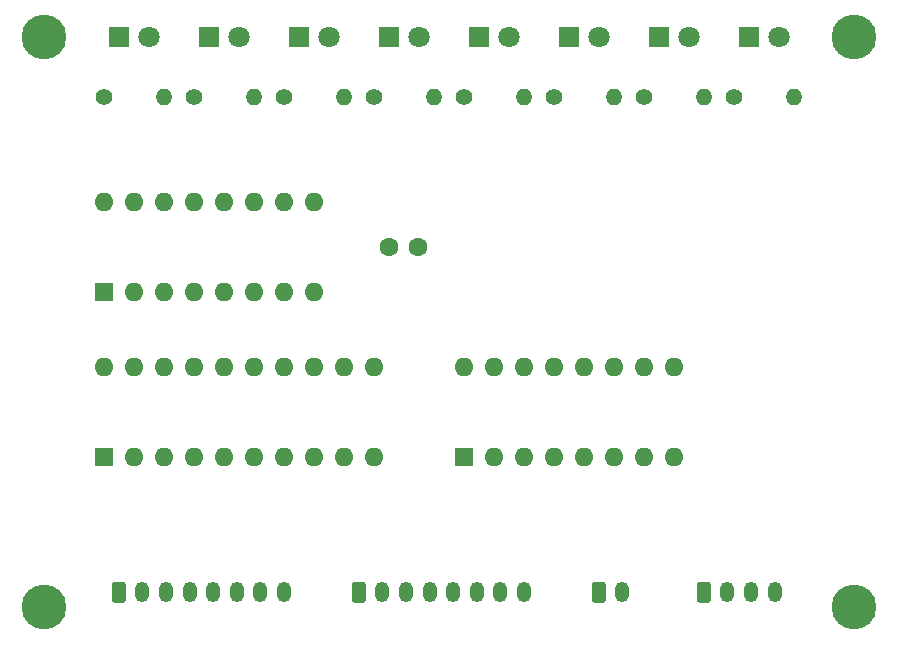
<source format=gbr>
G04 #@! TF.GenerationSoftware,KiCad,Pcbnew,(5.1.2-1)-1*
G04 #@! TF.CreationDate,2019-08-21T21:53:06+10:00*
G04 #@! TF.ProjectId,register-a,72656769-7374-4657-922d-612e6b696361,rev?*
G04 #@! TF.SameCoordinates,Original*
G04 #@! TF.FileFunction,Soldermask,Bot*
G04 #@! TF.FilePolarity,Negative*
%FSLAX46Y46*%
G04 Gerber Fmt 4.6, Leading zero omitted, Abs format (unit mm)*
G04 Created by KiCad (PCBNEW (5.1.2-1)-1) date 2019-08-21 21:53:06*
%MOMM*%
%LPD*%
G04 APERTURE LIST*
%ADD10O,1.600000X1.600000*%
%ADD11R,1.600000X1.600000*%
%ADD12C,3.790000*%
%ADD13O,1.200000X1.750000*%
%ADD14C,0.100000*%
%ADD15C,1.200000*%
%ADD16C,1.600000*%
%ADD17C,1.800000*%
%ADD18R,1.800000X1.800000*%
%ADD19O,1.400000X1.400000*%
%ADD20C,1.400000*%
G04 APERTURE END LIST*
D10*
X25400000Y-46990000D03*
X43180000Y-54610000D03*
X27940000Y-46990000D03*
X40640000Y-54610000D03*
X30480000Y-46990000D03*
X38100000Y-54610000D03*
X33020000Y-46990000D03*
X35560000Y-54610000D03*
X35560000Y-46990000D03*
X33020000Y-54610000D03*
X38100000Y-46990000D03*
X30480000Y-54610000D03*
X40640000Y-46990000D03*
X27940000Y-54610000D03*
X43180000Y-46990000D03*
D11*
X25400000Y-54610000D03*
D12*
X88900000Y-81280000D03*
X20320000Y-81280000D03*
X88900000Y-33020000D03*
X20320000Y-33020000D03*
D13*
X60990000Y-80010000D03*
X58990000Y-80010000D03*
X56990000Y-80010000D03*
X54990000Y-80010000D03*
X52990000Y-80010000D03*
X50990000Y-80010000D03*
X48990000Y-80010000D03*
D14*
G36*
X47364505Y-79136204D02*
G01*
X47388773Y-79139804D01*
X47412572Y-79145765D01*
X47435671Y-79154030D01*
X47457850Y-79164520D01*
X47478893Y-79177132D01*
X47498599Y-79191747D01*
X47516777Y-79208223D01*
X47533253Y-79226401D01*
X47547868Y-79246107D01*
X47560480Y-79267150D01*
X47570970Y-79289329D01*
X47579235Y-79312428D01*
X47585196Y-79336227D01*
X47588796Y-79360495D01*
X47590000Y-79384999D01*
X47590000Y-80635001D01*
X47588796Y-80659505D01*
X47585196Y-80683773D01*
X47579235Y-80707572D01*
X47570970Y-80730671D01*
X47560480Y-80752850D01*
X47547868Y-80773893D01*
X47533253Y-80793599D01*
X47516777Y-80811777D01*
X47498599Y-80828253D01*
X47478893Y-80842868D01*
X47457850Y-80855480D01*
X47435671Y-80865970D01*
X47412572Y-80874235D01*
X47388773Y-80880196D01*
X47364505Y-80883796D01*
X47340001Y-80885000D01*
X46639999Y-80885000D01*
X46615495Y-80883796D01*
X46591227Y-80880196D01*
X46567428Y-80874235D01*
X46544329Y-80865970D01*
X46522150Y-80855480D01*
X46501107Y-80842868D01*
X46481401Y-80828253D01*
X46463223Y-80811777D01*
X46446747Y-80793599D01*
X46432132Y-80773893D01*
X46419520Y-80752850D01*
X46409030Y-80730671D01*
X46400765Y-80707572D01*
X46394804Y-80683773D01*
X46391204Y-80659505D01*
X46390000Y-80635001D01*
X46390000Y-79384999D01*
X46391204Y-79360495D01*
X46394804Y-79336227D01*
X46400765Y-79312428D01*
X46409030Y-79289329D01*
X46419520Y-79267150D01*
X46432132Y-79246107D01*
X46446747Y-79226401D01*
X46463223Y-79208223D01*
X46481401Y-79191747D01*
X46501107Y-79177132D01*
X46522150Y-79164520D01*
X46544329Y-79154030D01*
X46567428Y-79145765D01*
X46591227Y-79139804D01*
X46615495Y-79136204D01*
X46639999Y-79135000D01*
X47340001Y-79135000D01*
X47364505Y-79136204D01*
X47364505Y-79136204D01*
G37*
D15*
X46990000Y-80010000D03*
D16*
X49530000Y-50800000D03*
X52030000Y-50800000D03*
D17*
X29210000Y-33020000D03*
D18*
X26670000Y-33020000D03*
X34290000Y-33020000D03*
D17*
X36830000Y-33020000D03*
X44450000Y-33020000D03*
D18*
X41910000Y-33020000D03*
X49530000Y-33020000D03*
D17*
X52070000Y-33020000D03*
X59690000Y-33020000D03*
D18*
X57150000Y-33020000D03*
X64770000Y-33020000D03*
D17*
X67310000Y-33020000D03*
X74930000Y-33020000D03*
D18*
X72390000Y-33020000D03*
X80010000Y-33020000D03*
D17*
X82550000Y-33020000D03*
D14*
G36*
X27044505Y-79136204D02*
G01*
X27068773Y-79139804D01*
X27092572Y-79145765D01*
X27115671Y-79154030D01*
X27137850Y-79164520D01*
X27158893Y-79177132D01*
X27178599Y-79191747D01*
X27196777Y-79208223D01*
X27213253Y-79226401D01*
X27227868Y-79246107D01*
X27240480Y-79267150D01*
X27250970Y-79289329D01*
X27259235Y-79312428D01*
X27265196Y-79336227D01*
X27268796Y-79360495D01*
X27270000Y-79384999D01*
X27270000Y-80635001D01*
X27268796Y-80659505D01*
X27265196Y-80683773D01*
X27259235Y-80707572D01*
X27250970Y-80730671D01*
X27240480Y-80752850D01*
X27227868Y-80773893D01*
X27213253Y-80793599D01*
X27196777Y-80811777D01*
X27178599Y-80828253D01*
X27158893Y-80842868D01*
X27137850Y-80855480D01*
X27115671Y-80865970D01*
X27092572Y-80874235D01*
X27068773Y-80880196D01*
X27044505Y-80883796D01*
X27020001Y-80885000D01*
X26319999Y-80885000D01*
X26295495Y-80883796D01*
X26271227Y-80880196D01*
X26247428Y-80874235D01*
X26224329Y-80865970D01*
X26202150Y-80855480D01*
X26181107Y-80842868D01*
X26161401Y-80828253D01*
X26143223Y-80811777D01*
X26126747Y-80793599D01*
X26112132Y-80773893D01*
X26099520Y-80752850D01*
X26089030Y-80730671D01*
X26080765Y-80707572D01*
X26074804Y-80683773D01*
X26071204Y-80659505D01*
X26070000Y-80635001D01*
X26070000Y-79384999D01*
X26071204Y-79360495D01*
X26074804Y-79336227D01*
X26080765Y-79312428D01*
X26089030Y-79289329D01*
X26099520Y-79267150D01*
X26112132Y-79246107D01*
X26126747Y-79226401D01*
X26143223Y-79208223D01*
X26161401Y-79191747D01*
X26181107Y-79177132D01*
X26202150Y-79164520D01*
X26224329Y-79154030D01*
X26247428Y-79145765D01*
X26271227Y-79139804D01*
X26295495Y-79136204D01*
X26319999Y-79135000D01*
X27020001Y-79135000D01*
X27044505Y-79136204D01*
X27044505Y-79136204D01*
G37*
D15*
X26670000Y-80010000D03*
D13*
X28670000Y-80010000D03*
X30670000Y-80010000D03*
X32670000Y-80010000D03*
X34670000Y-80010000D03*
X36670000Y-80010000D03*
X38670000Y-80010000D03*
X40670000Y-80010000D03*
D14*
G36*
X76574505Y-79136204D02*
G01*
X76598773Y-79139804D01*
X76622572Y-79145765D01*
X76645671Y-79154030D01*
X76667850Y-79164520D01*
X76688893Y-79177132D01*
X76708599Y-79191747D01*
X76726777Y-79208223D01*
X76743253Y-79226401D01*
X76757868Y-79246107D01*
X76770480Y-79267150D01*
X76780970Y-79289329D01*
X76789235Y-79312428D01*
X76795196Y-79336227D01*
X76798796Y-79360495D01*
X76800000Y-79384999D01*
X76800000Y-80635001D01*
X76798796Y-80659505D01*
X76795196Y-80683773D01*
X76789235Y-80707572D01*
X76780970Y-80730671D01*
X76770480Y-80752850D01*
X76757868Y-80773893D01*
X76743253Y-80793599D01*
X76726777Y-80811777D01*
X76708599Y-80828253D01*
X76688893Y-80842868D01*
X76667850Y-80855480D01*
X76645671Y-80865970D01*
X76622572Y-80874235D01*
X76598773Y-80880196D01*
X76574505Y-80883796D01*
X76550001Y-80885000D01*
X75849999Y-80885000D01*
X75825495Y-80883796D01*
X75801227Y-80880196D01*
X75777428Y-80874235D01*
X75754329Y-80865970D01*
X75732150Y-80855480D01*
X75711107Y-80842868D01*
X75691401Y-80828253D01*
X75673223Y-80811777D01*
X75656747Y-80793599D01*
X75642132Y-80773893D01*
X75629520Y-80752850D01*
X75619030Y-80730671D01*
X75610765Y-80707572D01*
X75604804Y-80683773D01*
X75601204Y-80659505D01*
X75600000Y-80635001D01*
X75600000Y-79384999D01*
X75601204Y-79360495D01*
X75604804Y-79336227D01*
X75610765Y-79312428D01*
X75619030Y-79289329D01*
X75629520Y-79267150D01*
X75642132Y-79246107D01*
X75656747Y-79226401D01*
X75673223Y-79208223D01*
X75691401Y-79191747D01*
X75711107Y-79177132D01*
X75732150Y-79164520D01*
X75754329Y-79154030D01*
X75777428Y-79145765D01*
X75801227Y-79139804D01*
X75825495Y-79136204D01*
X75849999Y-79135000D01*
X76550001Y-79135000D01*
X76574505Y-79136204D01*
X76574505Y-79136204D01*
G37*
D15*
X76200000Y-80010000D03*
D13*
X78200000Y-80010000D03*
X80200000Y-80010000D03*
X82200000Y-80010000D03*
D14*
G36*
X67684505Y-79136204D02*
G01*
X67708773Y-79139804D01*
X67732572Y-79145765D01*
X67755671Y-79154030D01*
X67777850Y-79164520D01*
X67798893Y-79177132D01*
X67818599Y-79191747D01*
X67836777Y-79208223D01*
X67853253Y-79226401D01*
X67867868Y-79246107D01*
X67880480Y-79267150D01*
X67890970Y-79289329D01*
X67899235Y-79312428D01*
X67905196Y-79336227D01*
X67908796Y-79360495D01*
X67910000Y-79384999D01*
X67910000Y-80635001D01*
X67908796Y-80659505D01*
X67905196Y-80683773D01*
X67899235Y-80707572D01*
X67890970Y-80730671D01*
X67880480Y-80752850D01*
X67867868Y-80773893D01*
X67853253Y-80793599D01*
X67836777Y-80811777D01*
X67818599Y-80828253D01*
X67798893Y-80842868D01*
X67777850Y-80855480D01*
X67755671Y-80865970D01*
X67732572Y-80874235D01*
X67708773Y-80880196D01*
X67684505Y-80883796D01*
X67660001Y-80885000D01*
X66959999Y-80885000D01*
X66935495Y-80883796D01*
X66911227Y-80880196D01*
X66887428Y-80874235D01*
X66864329Y-80865970D01*
X66842150Y-80855480D01*
X66821107Y-80842868D01*
X66801401Y-80828253D01*
X66783223Y-80811777D01*
X66766747Y-80793599D01*
X66752132Y-80773893D01*
X66739520Y-80752850D01*
X66729030Y-80730671D01*
X66720765Y-80707572D01*
X66714804Y-80683773D01*
X66711204Y-80659505D01*
X66710000Y-80635001D01*
X66710000Y-79384999D01*
X66711204Y-79360495D01*
X66714804Y-79336227D01*
X66720765Y-79312428D01*
X66729030Y-79289329D01*
X66739520Y-79267150D01*
X66752132Y-79246107D01*
X66766747Y-79226401D01*
X66783223Y-79208223D01*
X66801401Y-79191747D01*
X66821107Y-79177132D01*
X66842150Y-79164520D01*
X66864329Y-79154030D01*
X66887428Y-79145765D01*
X66911227Y-79139804D01*
X66935495Y-79136204D01*
X66959999Y-79135000D01*
X67660001Y-79135000D01*
X67684505Y-79136204D01*
X67684505Y-79136204D01*
G37*
D15*
X67310000Y-80010000D03*
D13*
X69310000Y-80010000D03*
D19*
X30480000Y-38100000D03*
D20*
X25400000Y-38100000D03*
X33020000Y-38100000D03*
D19*
X38100000Y-38100000D03*
X45720000Y-38100000D03*
D20*
X40640000Y-38100000D03*
X48260000Y-38100000D03*
D19*
X53340000Y-38100000D03*
X60960000Y-38100000D03*
D20*
X55880000Y-38100000D03*
X63500000Y-38100000D03*
D19*
X68580000Y-38100000D03*
X76200000Y-38100000D03*
D20*
X71120000Y-38100000D03*
X78740000Y-38100000D03*
D19*
X83820000Y-38100000D03*
D11*
X25400000Y-68580000D03*
D10*
X48260000Y-60960000D03*
X27940000Y-68580000D03*
X45720000Y-60960000D03*
X30480000Y-68580000D03*
X43180000Y-60960000D03*
X33020000Y-68580000D03*
X40640000Y-60960000D03*
X35560000Y-68580000D03*
X38100000Y-60960000D03*
X38100000Y-68580000D03*
X35560000Y-60960000D03*
X40640000Y-68580000D03*
X33020000Y-60960000D03*
X43180000Y-68580000D03*
X30480000Y-60960000D03*
X45720000Y-68580000D03*
X27940000Y-60960000D03*
X48260000Y-68580000D03*
X25400000Y-60960000D03*
D11*
X55880000Y-68580000D03*
D10*
X73660000Y-60960000D03*
X58420000Y-68580000D03*
X71120000Y-60960000D03*
X60960000Y-68580000D03*
X68580000Y-60960000D03*
X63500000Y-68580000D03*
X66040000Y-60960000D03*
X66040000Y-68580000D03*
X63500000Y-60960000D03*
X68580000Y-68580000D03*
X60960000Y-60960000D03*
X71120000Y-68580000D03*
X58420000Y-60960000D03*
X73660000Y-68580000D03*
X55880000Y-60960000D03*
M02*

</source>
